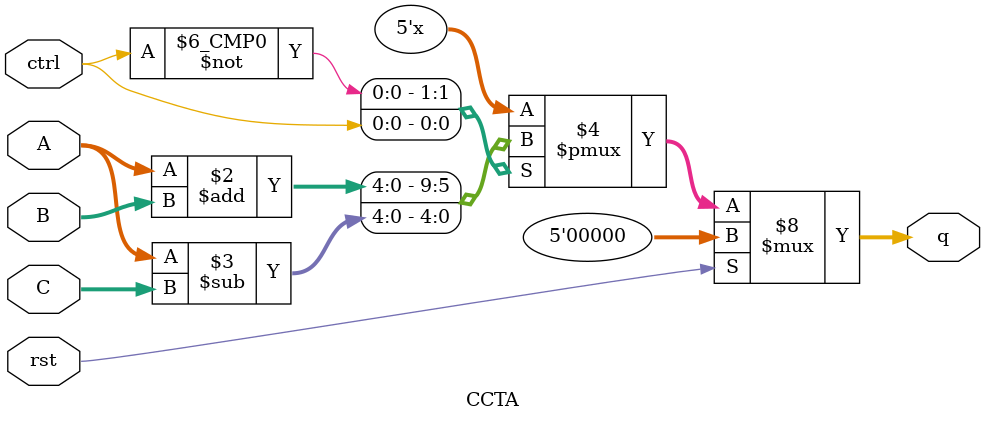
<source format=v>
module CCTA(
        input [3:0] A,
        input [3:0] B,
        input [3:0] C,
        input rst,
        input ctrl,
        output reg [4:0] q
);

always @(A or B or C or rst or ctrl or q) begin
    if(rst) begin
        q <= 1'b0;
    end
    else begin
        case(ctrl)
            1'b0: q <= A + B;
            1'b1: q <= A - C;
            default: q <= 5'bx;
        endcase
    end
end

endmodule
</source>
